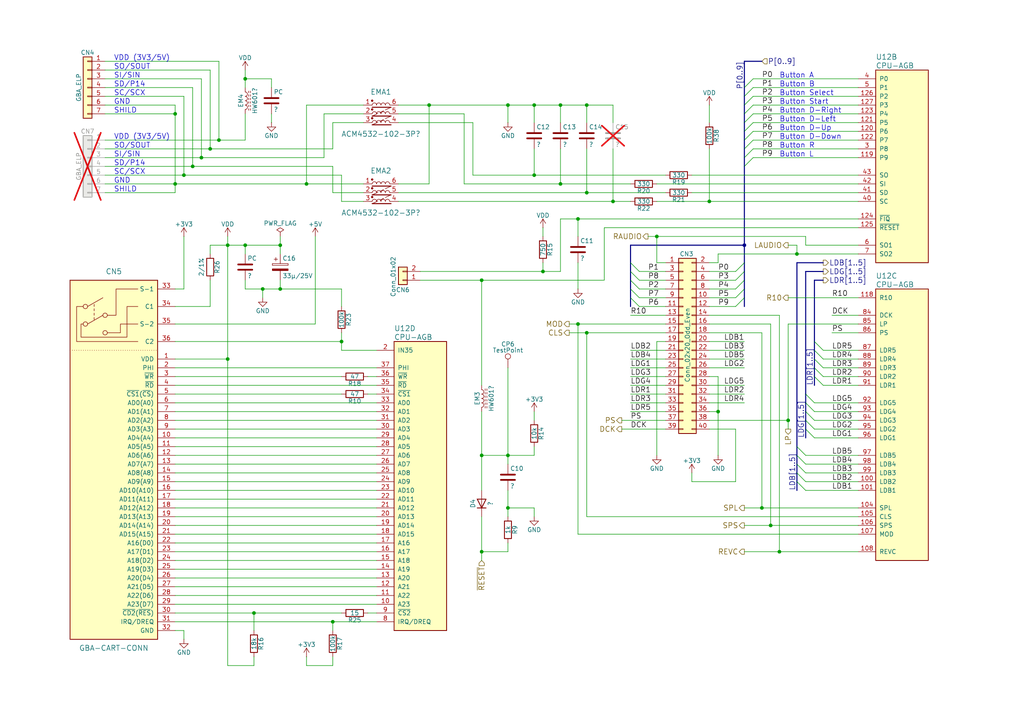
<source format=kicad_sch>
(kicad_sch (version 20231120) (generator "eeschema") (generator_version "8.0")
  (paper "A4")
  (title_block (title "Wide-Boy64 AGB") (date "2024-06-20") (rev "2") (company "CC-BY-SA-4.0 Michael Singer") (comment 1 "https://github.com/msinger/wideboy/") (comment 2 "http://iceboy.a-singer.de/"))
  (junction (at 73.66 177.8))
  (junction (at 162.56 30.48))
  (junction (at 215.9 71.12))
  (junction (at 147.32 30.48))
  (junction (at 81.28 71.12))
  (junction (at 167.64 93.98))
  (junction (at 154.94 50.8))
  (junction (at 157.48 78.74))
  (junction (at 50.8 53.34))
  (junction (at 60.96 43.18))
  (junction (at 162.56 53.34))
  (junction (at 177.8 58.42))
  (junction (at 63.5 40.64))
  (junction (at 190.5 68.58))
  (junction (at 76.2 83.82))
  (junction (at 226.06 160.02))
  (junction (at 223.52 152.4))
  (junction (at 167.64 63.5))
  (junction (at 228.6 121.92))
  (junction (at 139.7 81.28))
  (junction (at 58.42 45.72))
  (junction (at 147.32 147.32))
  (junction (at 139.7 160.02))
  (junction (at 170.18 96.52))
  (junction (at 208.28 119.38))
  (junction (at 220.98 147.32))
  (junction (at 99.06 99.06))
  (junction (at 53.34 50.8))
  (junction (at 81.28 83.82))
  (junction (at 66.04 104.14))
  (junction (at 154.94 30.48))
  (junction (at 124.46 30.48))
  (junction (at 96.52 180.34))
  (junction (at 88.9 53.34))
  (junction (at 71.12 22.86))
  (junction (at 205.74 58.42))
  (junction (at 170.18 55.88))
  (junction (at 231.14 73.66))
  (junction (at 55.88 48.26))
  (junction (at 50.8 33.02))
  (junction (at 71.12 71.12))
  (junction (at 147.32 132.08))
  (junction (at 66.04 71.12))
  (junction (at 139.7 132.08))
  (junction (at 170.18 30.48))
  (bus_entry (at 215.9 48.26) (size 2.54 -2.54))
  (bus_entry (at 213.36 81.28) (size 2.54 -2.54))
  (bus_entry (at 182.88 83.82) (size 2.54 2.54))
  (bus_entry (at 233.68 116.84) (size 2.54 2.54))
  (bus_entry (at 236.22 101.6) (size 2.54 2.54))
  (bus_entry (at 215.9 33.02) (size 2.54 -2.54))
  (bus_entry (at 182.88 81.28) (size 2.54 2.54))
  (bus_entry (at 231.14 132.08) (size 2.54 2.54))
  (bus_entry (at 215.9 25.4) (size 2.54 -2.54))
  (bus_entry (at 215.9 43.18) (size 2.54 -2.54))
  (bus_entry (at 213.36 88.9) (size 2.54 -2.54))
  (bus_entry (at 215.9 27.94) (size 2.54 -2.54))
  (bus_entry (at 231.14 129.54) (size 2.54 2.54))
  (bus_entry (at 233.68 119.38) (size 2.54 2.54))
  (bus_entry (at 233.68 121.92) (size 2.54 2.54))
  (bus_entry (at 215.9 30.48) (size 2.54 -2.54))
  (bus_entry (at 233.68 114.3) (size 2.54 2.54))
  (bus_entry (at 236.22 99.06) (size 2.54 2.54))
  (bus_entry (at 231.14 139.7) (size 2.54 2.54))
  (bus_entry (at 215.9 40.64) (size 2.54 -2.54))
  (bus_entry (at 215.9 45.72) (size 2.54 -2.54))
  (bus_entry (at 233.68 124.46) (size 2.54 2.54))
  (bus_entry (at 231.14 137.16) (size 2.54 2.54))
  (bus_entry (at 182.88 86.36) (size 2.54 2.54))
  (bus_entry (at 213.36 78.74) (size 2.54 -2.54))
  (bus_entry (at 182.88 76.2) (size 2.54 2.54))
  (bus_entry (at 236.22 104.14) (size 2.54 2.54))
  (bus_entry (at 213.36 83.82) (size 2.54 -2.54))
  (bus_entry (at 213.36 86.36) (size 2.54 -2.54))
  (bus_entry (at 236.22 106.68) (size 2.54 2.54))
  (bus_entry (at 215.9 35.56) (size 2.54 -2.54))
  (bus_entry (at 215.9 38.1) (size 2.54 -2.54))
  (bus_entry (at 182.88 78.74) (size 2.54 2.54))
  (bus_entry (at 231.14 134.62) (size 2.54 2.54))
  (bus_entry (at 236.22 109.22) (size 2.54 2.54))
  (wire (pts (xy 109.22 175.26) (xy 50.8 175.26)))
  (wire (pts (xy 233.68 71.12) (xy 233.68 68.58)))
  (wire (pts (xy 66.04 68.58) (xy 66.04 71.12)))
  (wire (pts (xy 139.7 160.02) (xy 139.7 162.56)))
  (wire (pts (xy 236.22 119.38) (xy 248.92 119.38)))
  (wire (pts (xy 109.22 154.94) (xy 50.8 154.94)))
  (wire (pts (xy 162.56 30.48) (xy 162.56 35.56)))
  (wire (pts (xy 134.62 53.34) (xy 162.56 53.34)))
  (wire (pts (xy 50.8 157.48) (xy 109.22 157.48)))
  (wire (pts (xy 215.9 147.32) (xy 220.98 147.32)))
  (wire (pts (xy 147.32 147.32) (xy 154.94 147.32)))
  (wire (pts (xy 88.9 30.48) (xy 105.41 30.48)))
  (wire (pts (xy 205.74 96.52) (xy 220.98 96.52)))
  (wire (pts (xy 233.68 137.16) (xy 248.92 137.16)))
  (wire (pts (xy 50.8 137.16) (xy 109.22 137.16)))
  (wire (pts (xy 50.8 106.68) (xy 109.22 106.68)))
  (wire (pts (xy 218.44 30.48) (xy 248.92 30.48)))
  (wire (pts (xy 71.12 83.82) (xy 76.2 83.82)))
  (bus (pts (xy 236.22 106.68) (xy 236.22 109.22)))
  (wire (pts (xy 139.7 132.08) (xy 139.7 142.24)))
  (wire (pts (xy 81.28 83.82) (xy 99.06 83.82)))
  (wire (pts (xy 228.6 93.98) (xy 248.92 93.98)))
  (wire (pts (xy 223.52 93.98) (xy 223.52 152.4)))
  (wire (pts (xy 53.34 182.88) (xy 53.34 185.42)))
  (wire (pts (xy 30.48 33.02) (xy 50.8 33.02)))
  (bus (pts (xy 220.98 17.78) (xy 215.9 17.78)))
  (wire (pts (xy 139.7 81.28) (xy 139.7 111.76)))
  (wire (pts (xy 175.26 81.28) (xy 139.7 81.28)))
  (wire (pts (xy 170.18 35.56) (xy 170.18 30.48)))
  (wire (pts (xy 248.92 53.34) (xy 190.5 53.34)))
  (bus (pts (xy 215.9 25.4) (xy 215.9 27.94)))
  (wire (pts (xy 154.94 50.8) (xy 154.94 43.18)))
  (wire (pts (xy 109.22 139.7) (xy 50.8 139.7)))
  (wire (pts (xy 236.22 121.92) (xy 248.92 121.92)))
  (wire (pts (xy 66.04 104.14) (xy 66.04 193.04)))
  (wire (pts (xy 71.12 22.86) (xy 71.12 25.4)))
  (wire (pts (xy 50.8 55.88) (xy 30.48 55.88)))
  (bus (pts (xy 236.22 81.28) (xy 236.22 99.06)))
  (wire (pts (xy 50.8 53.34) (xy 50.8 55.88)))
  (wire (pts (xy 238.76 109.22) (xy 248.92 109.22)))
  (wire (pts (xy 157.48 78.74) (xy 121.92 78.74)))
  (wire (pts (xy 30.48 50.8) (xy 53.34 50.8)))
  (wire (pts (xy 170.18 30.48) (xy 162.56 30.48)))
  (wire (pts (xy 53.34 50.8) (xy 99.06 50.8)))
  (wire (pts (xy 99.06 101.6) (xy 109.22 101.6)))
  (wire (pts (xy 193.04 81.28) (xy 185.42 81.28)))
  (bus (pts (xy 231.14 139.7) (xy 231.14 142.24)))
  (wire (pts (xy 96.52 43.18) (xy 96.52 35.56)))
  (wire (pts (xy 200.66 55.88) (xy 248.92 55.88)))
  (wire (pts (xy 170.18 96.52) (xy 193.04 96.52)))
  (bus (pts (xy 231.14 134.62) (xy 231.14 137.16)))
  (wire (pts (xy 228.6 93.98) (xy 228.6 121.92)))
  (wire (pts (xy 182.88 114.3) (xy 193.04 114.3)))
  (wire (pts (xy 134.62 33.02) (xy 134.62 53.34)))
  (wire (pts (xy 228.6 121.92) (xy 228.6 124.46)))
  (wire (pts (xy 50.8 167.64) (xy 109.22 167.64)))
  (wire (pts (xy 182.88 106.68) (xy 193.04 106.68)))
  (wire (pts (xy 30.48 45.72) (xy 58.42 45.72)))
  (wire (pts (xy 190.5 132.08) (xy 190.5 99.06)))
  (wire (pts (xy 218.44 27.94) (xy 248.92 27.94)))
  (wire (pts (xy 147.32 132.08) (xy 139.7 132.08)))
  (wire (pts (xy 170.18 149.86) (xy 170.18 96.52)))
  (wire (pts (xy 190.5 68.58) (xy 190.5 76.2)))
  (wire (pts (xy 215.9 160.02) (xy 226.06 160.02)))
  (wire (pts (xy 50.8 33.02) (xy 50.8 53.34)))
  (wire (pts (xy 115.57 58.42) (xy 177.8 58.42)))
  (wire (pts (xy 73.66 177.8) (xy 73.66 182.88)))
  (wire (pts (xy 63.5 40.64) (xy 71.12 40.64)))
  (wire (pts (xy 109.22 129.54) (xy 50.8 129.54)))
  (wire (pts (xy 93.98 45.72) (xy 93.98 33.02)))
  (wire (pts (xy 185.42 78.74) (xy 193.04 78.74)))
  (wire (pts (xy 154.94 30.48) (xy 147.32 30.48)))
  (wire (pts (xy 147.32 106.68) (xy 147.32 132.08)))
  (wire (pts (xy 185.42 88.9) (xy 193.04 88.9)))
  (wire (pts (xy 78.74 33.02) (xy 78.74 35.56)))
  (wire (pts (xy 99.06 83.82) (xy 99.06 88.9)))
  (wire (pts (xy 177.8 30.48) (xy 170.18 30.48)))
  (bus (pts (xy 215.9 45.72) (xy 215.9 48.26)))
  (wire (pts (xy 115.57 30.48) (xy 124.46 30.48)))
  (wire (pts (xy 50.8 93.98) (xy 91.44 93.98)))
  (wire (pts (xy 147.32 160.02) (xy 147.32 157.48)))
  (wire (pts (xy 170.18 55.88) (xy 193.04 55.88)))
  (wire (pts (xy 109.22 149.86) (xy 50.8 149.86)))
  (wire (pts (xy 109.22 177.8) (xy 106.68 177.8)))
  (wire (pts (xy 115.57 35.56) (xy 137.16 35.56)))
  (wire (pts (xy 66.04 71.12) (xy 66.04 104.14)))
  (wire (pts (xy 139.7 149.86) (xy 139.7 160.02)))
  (bus (pts (xy 215.9 40.64) (xy 215.9 43.18)))
  (bus (pts (xy 236.22 109.22) (xy 236.22 111.76)))
  (wire (pts (xy 154.94 50.8) (xy 193.04 50.8)))
  (wire (pts (xy 109.22 160.02) (xy 50.8 160.02)))
  (wire (pts (xy 208.28 76.2) (xy 205.74 76.2)))
  (wire (pts (xy 162.56 78.74) (xy 162.56 63.5)))
  (wire (pts (xy 180.34 124.46) (xy 193.04 124.46)))
  (wire (pts (xy 154.94 132.08) (xy 147.32 132.08)))
  (wire (pts (xy 208.28 132.08) (xy 208.28 119.38)))
  (wire (pts (xy 215.9 101.6) (xy 205.74 101.6)))
  (wire (pts (xy 236.22 116.84) (xy 248.92 116.84)))
  (wire (pts (xy 205.74 58.42) (xy 205.74 43.18)))
  (wire (pts (xy 124.46 30.48) (xy 124.46 53.34)))
  (bus (pts (xy 231.14 132.08) (xy 231.14 134.62)))
  (wire (pts (xy 223.52 152.4) (xy 248.92 152.4)))
  (bus (pts (xy 236.22 104.14) (xy 236.22 106.68)))
  (wire (pts (xy 167.64 93.98) (xy 167.64 154.94)))
  (bus (pts (xy 238.76 81.28) (xy 236.22 81.28)))
  (wire (pts (xy 30.48 25.4) (xy 55.88 25.4)))
  (bus (pts (xy 233.68 124.46) (xy 233.68 127)))
  (wire (pts (xy 109.22 124.46) (xy 50.8 124.46)))
  (wire (pts (xy 50.8 180.34) (xy 96.52 180.34)))
  (wire (pts (xy 147.32 132.08) (xy 147.32 134.62)))
  (wire (pts (xy 91.44 93.98) (xy 91.44 68.58)))
  (wire (pts (xy 30.48 20.32) (xy 60.96 20.32)))
  (wire (pts (xy 218.44 22.86) (xy 248.92 22.86)))
  (bus (pts (xy 215.9 43.18) (xy 215.9 45.72)))
  (wire (pts (xy 50.8 30.48) (xy 50.8 33.02)))
  (wire (pts (xy 66.04 193.04) (xy 73.66 193.04)))
  (wire (pts (xy 205.74 88.9) (xy 213.36 88.9)))
  (wire (pts (xy 96.52 193.04) (xy 88.9 193.04)))
  (bus (pts (xy 182.88 86.36) (xy 182.88 88.9)))
  (wire (pts (xy 50.8 147.32) (xy 109.22 147.32)))
  (wire (pts (xy 190.5 99.06) (xy 193.04 99.06)))
  (wire (pts (xy 71.12 20.32) (xy 71.12 22.86)))
  (wire (pts (xy 215.9 106.68) (xy 205.74 106.68)))
  (wire (pts (xy 154.94 121.92) (xy 154.94 119.38)))
  (wire (pts (xy 228.6 71.12) (xy 231.14 71.12)))
  (wire (pts (xy 109.22 170.18) (xy 50.8 170.18)))
  (bus (pts (xy 182.88 71.12) (xy 182.88 76.2)))
  (wire (pts (xy 205.74 78.74) (xy 213.36 78.74)))
  (wire (pts (xy 162.56 30.48) (xy 154.94 30.48)))
  (wire (pts (xy 215.9 114.3) (xy 205.74 114.3)))
  (wire (pts (xy 60.96 43.18) (xy 96.52 43.18)))
  (wire (pts (xy 81.28 68.58) (xy 81.28 71.12)))
  (wire (pts (xy 99.06 58.42) (xy 105.41 58.42)))
  (bus (pts (xy 236.22 101.6) (xy 236.22 104.14)))
  (wire (pts (xy 139.7 160.02) (xy 147.32 160.02)))
  (wire (pts (xy 147.32 142.24) (xy 147.32 147.32)))
  (wire (pts (xy 93.98 33.02) (xy 105.41 33.02)))
  (wire (pts (xy 60.96 71.12) (xy 66.04 71.12)))
  (bus (pts (xy 182.88 83.82) (xy 182.88 86.36)))
  (bus (pts (xy 215.9 38.1) (xy 215.9 40.64)))
  (wire (pts (xy 71.12 81.28) (xy 71.12 83.82)))
  (wire (pts (xy 248.92 66.04) (xy 175.26 66.04)))
  (wire (pts (xy 73.66 193.04) (xy 73.66 190.5)))
  (wire (pts (xy 115.57 33.02) (xy 134.62 33.02)))
  (wire (pts (xy 76.2 83.82) (xy 76.2 86.36)))
  (wire (pts (xy 241.3 96.52) (xy 248.92 96.52)))
  (wire (pts (xy 205.74 91.44) (xy 226.06 91.44)))
  (wire (pts (xy 208.28 109.22) (xy 205.74 109.22)))
  (wire (pts (xy 238.76 106.68) (xy 248.92 106.68)))
  (wire (pts (xy 147.32 30.48) (xy 124.46 30.48)))
  (wire (pts (xy 248.92 71.12) (xy 233.68 71.12)))
  (wire (pts (xy 60.96 20.32) (xy 60.96 43.18)))
  (wire (pts (xy 96.52 190.5) (xy 96.52 193.04)))
  (wire (pts (xy 30.48 22.86) (xy 58.42 22.86)))
  (bus (pts (xy 215.9 35.56) (xy 215.9 38.1)))
  (wire (pts (xy 53.34 68.58) (xy 53.34 83.82)))
  (wire (pts (xy 71.12 73.66) (xy 71.12 71.12)))
  (wire (pts (xy 218.44 35.56) (xy 248.92 35.56)))
  (wire (pts (xy 50.8 142.24) (xy 109.22 142.24)))
  (wire (pts (xy 215.9 116.84) (xy 205.74 116.84)))
  (wire (pts (xy 50.8 172.72) (xy 109.22 172.72)))
  (wire (pts (xy 248.92 58.42) (xy 205.74 58.42)))
  (wire (pts (xy 236.22 124.46) (xy 248.92 124.46)))
  (wire (pts (xy 147.32 147.32) (xy 147.32 149.86)))
  (wire (pts (xy 213.36 86.36) (xy 205.74 86.36)))
  (wire (pts (xy 109.22 114.3) (xy 106.68 114.3)))
  (wire (pts (xy 241.3 91.44) (xy 248.92 91.44)))
  (wire (pts (xy 213.36 139.7) (xy 213.36 124.46)))
  (wire (pts (xy 190.5 68.58) (xy 233.68 68.58)))
  (wire (pts (xy 228.6 86.36) (xy 248.92 86.36)))
  (bus (pts (xy 233.68 116.84) (xy 233.68 119.38)))
  (wire (pts (xy 55.88 25.4) (xy 55.88 48.26)))
  (wire (pts (xy 109.22 111.76) (xy 50.8 111.76)))
  (bus (pts (xy 182.88 81.28) (xy 182.88 83.82)))
  (bus (pts (xy 231.14 137.16) (xy 231.14 139.7)))
  (wire (pts (xy 154.94 147.32) (xy 154.94 149.86)))
  (wire (pts (xy 109.22 109.22) (xy 106.68 109.22)))
  (bus (pts (xy 233.68 121.92) (xy 233.68 124.46)))
  (wire (pts (xy 167.64 93.98) (xy 193.04 93.98)))
  (wire (pts (xy 218.44 43.18) (xy 248.92 43.18)))
  (wire (pts (xy 81.28 71.12) (xy 81.28 73.66)))
  (wire (pts (xy 226.06 91.44) (xy 226.06 160.02)))
  (wire (pts (xy 50.8 53.34) (xy 88.9 53.34)))
  (wire (pts (xy 200.66 139.7) (xy 200.66 137.16)))
  (wire (pts (xy 115.57 55.88) (xy 170.18 55.88)))
  (wire (pts (xy 63.5 17.78) (xy 63.5 40.64)))
  (wire (pts (xy 233.68 132.08) (xy 248.92 132.08)))
  (wire (pts (xy 205.74 83.82) (xy 213.36 83.82)))
  (wire (pts (xy 162.56 53.34) (xy 162.56 43.18)))
  (wire (pts (xy 96.52 180.34) (xy 109.22 180.34)))
  (wire (pts (xy 177.8 58.42) (xy 182.88 58.42)))
  (wire (pts (xy 165.1 96.52) (xy 170.18 96.52)))
  (wire (pts (xy 205.74 58.42) (xy 190.5 58.42)))
  (bus (pts (xy 215.9 17.78) (xy 215.9 25.4)))
  (wire (pts (xy 182.88 111.76) (xy 193.04 111.76)))
  (wire (pts (xy 81.28 83.82) (xy 81.28 81.28)))
  (bus (pts (xy 182.88 76.2) (xy 182.88 78.74)))
  (bus (pts (xy 215.9 78.74) (xy 215.9 81.28)))
  (wire (pts (xy 99.06 96.52) (xy 99.06 99.06)))
  (wire (pts (xy 167.64 76.2) (xy 167.64 83.82)))
  (wire (pts (xy 248.92 149.86) (xy 170.18 149.86)))
  (bus (pts (xy 215.9 27.94) (xy 215.9 30.48)))
  (wire (pts (xy 55.88 48.26) (xy 96.52 48.26)))
  (bus (pts (xy 215.9 30.48) (xy 215.9 33.02)))
  (wire (pts (xy 71.12 22.86) (xy 78.74 22.86)))
  (wire (pts (xy 218.44 38.1) (xy 248.92 38.1)))
  (wire (pts (xy 88.9 53.34) (xy 105.41 53.34)))
  (wire (pts (xy 30.48 17.78) (xy 63.5 17.78)))
  (bus (pts (xy 182.88 71.12) (xy 215.9 71.12)))
  (bus (pts (xy 236.22 99.06) (xy 236.22 101.6)))
  (wire (pts (xy 182.88 109.22) (xy 193.04 109.22)))
  (wire (pts (xy 50.8 132.08) (xy 109.22 132.08)))
  (wire (pts (xy 58.42 45.72) (xy 93.98 45.72)))
  (wire (pts (xy 109.22 134.62) (xy 50.8 134.62)))
  (wire (pts (xy 238.76 101.6) (xy 248.92 101.6)))
  (wire (pts (xy 30.48 53.34) (xy 50.8 53.34)))
  (bus (pts (xy 233.68 78.74) (xy 238.76 78.74)))
  (wire (pts (xy 157.48 66.04) (xy 157.48 68.58)))
  (wire (pts (xy 213.36 124.46) (xy 205.74 124.46)))
  (wire (pts (xy 157.48 76.2) (xy 157.48 78.74)))
  (wire (pts (xy 187.96 68.58) (xy 190.5 68.58)))
  (bus (pts (xy 233.68 78.74) (xy 233.68 114.3)))
  (wire (pts (xy 231.14 73.66) (xy 248.92 73.66)))
  (wire (pts (xy 154.94 129.54) (xy 154.94 132.08)))
  (wire (pts (xy 185.42 83.82) (xy 193.04 83.82)))
  (wire (pts (xy 96.52 55.88) (xy 105.41 55.88)))
  (wire (pts (xy 137.16 35.56) (xy 137.16 50.8)))
  (wire (pts (xy 88.9 30.48) (xy 88.9 53.34)))
  (wire (pts (xy 154.94 35.56) (xy 154.94 30.48)))
  (bus (pts (xy 231.14 76.2) (xy 231.14 129.54)))
  (wire (pts (xy 208.28 73.66) (xy 208.28 76.2)))
  (wire (pts (xy 182.88 116.84) (xy 193.04 116.84)))
  (bus (pts (xy 215.9 33.02) (xy 215.9 35.56)))
  (wire (pts (xy 71.12 71.12) (xy 81.28 71.12)))
  (wire (pts (xy 233.68 142.24) (xy 248.92 142.24)))
  (wire (pts (xy 175.26 66.04) (xy 175.26 81.28)))
  (wire (pts (xy 109.22 119.38) (xy 50.8 119.38)))
  (wire (pts (xy 99.06 114.3) (xy 50.8 114.3)))
  (wire (pts (xy 147.32 30.48) (xy 147.32 35.56)))
  (wire (pts (xy 226.06 160.02) (xy 248.92 160.02)))
  (wire (pts (xy 213.36 139.7) (xy 200.66 139.7)))
  (wire (pts (xy 115.57 53.34) (xy 124.46 53.34)))
  (wire (pts (xy 30.48 48.26) (xy 55.88 48.26)))
  (bus (pts (xy 215.9 76.2) (xy 215.9 78.74)))
  (wire (pts (xy 50.8 116.84) (xy 109.22 116.84)))
  (bus (pts (xy 231.14 129.54) (xy 231.14 132.08)))
  (wire (pts (xy 231.14 71.12) (xy 231.14 73.66)))
  (wire (pts (xy 109.22 165.1) (xy 50.8 165.1)))
  (wire (pts (xy 213.36 81.28) (xy 205.74 81.28)))
  (wire (pts (xy 236.22 127) (xy 248.92 127)))
  (wire (pts (xy 96.52 48.26) (xy 96.52 55.88)))
  (wire (pts (xy 167.64 63.5) (xy 248.92 63.5)))
  (wire (pts (xy 53.34 83.82) (xy 50.8 83.82)))
  (wire (pts (xy 50.8 121.92) (xy 109.22 121.92)))
  (wire (pts (xy 76.2 83.82) (xy 81.28 83.82)))
  (wire (pts (xy 60.96 73.66) (xy 60.96 71.12)))
  (wire (pts (xy 99.06 177.8) (xy 73.66 177.8)))
  (wire (pts (xy 96.52 35.56) (xy 105.41 35.56)))
  (wire (pts (xy 193.04 86.36) (xy 185.42 86.36)))
  (wire (pts (xy 177.8 35.56) (xy 177.8 30.48)))
  (wire (pts (xy 60.96 88.9) (xy 60.96 81.28)))
  (wire (pts (xy 99.06 50.8) (xy 99.06 58.42)))
  (bus (pts (xy 215.9 86.36) (xy 215.9 88.9)))
  (wire (pts (xy 200.66 50.8) (xy 248.92 50.8)))
  (wire (pts (xy 170.18 55.88) (xy 170.18 43.18)))
  (wire (pts (xy 139.7 119.38) (xy 139.7 132.08)))
  (wire (pts (xy 215.9 104.14) (xy 205.74 104.14)))
  (wire (pts (xy 50.8 162.56) (xy 109.22 162.56)))
  (wire (pts (xy 205.74 119.38) (xy 208.28 119.38)))
  (wire (pts (xy 218.44 25.4) (xy 248.92 25.4)))
  (bus (pts (xy 233.68 114.3) (xy 233.68 116.84)))
  (wire (pts (xy 208.28 119.38) (xy 208.28 109.22)))
  (wire (pts (xy 165.1 93.98) (xy 167.64 93.98)))
  (wire (pts (xy 50.8 30.48) (xy 30.48 30.48)))
  (bus (pts (xy 215.9 81.28) (xy 215.9 83.82)))
  (wire (pts (xy 73.66 177.8) (xy 50.8 177.8)))
  (wire (pts (xy 177.8 58.42) (xy 177.8 43.18)))
  (wire (pts (xy 50.8 88.9) (xy 60.96 88.9)))
  (wire (pts (xy 96.52 180.34) (xy 96.52 182.88)))
  (wire (pts (xy 109.22 144.78) (xy 50.8 144.78)))
  (wire (pts (xy 50.8 152.4) (xy 109.22 152.4)))
  (wire (pts (xy 218.44 40.64) (xy 248.92 40.64)))
  (bus (pts (xy 215.9 83.82) (xy 215.9 86.36)))
  (wire (pts (xy 180.34 121.92) (xy 193.04 121.92)))
  (wire (pts (xy 167.64 154.94) (xy 248.92 154.94)))
  (wire (pts (xy 50.8 182.88) (xy 53.34 182.88)))
  (bus (pts (xy 233.68 119.38) (xy 233.68 121.92)))
  (wire (pts (xy 205.74 111.76) (xy 215.9 111.76)))
  (wire (pts (xy 99.06 99.06) (xy 99.06 101.6)))
  (wire (pts (xy 50.8 99.06) (xy 99.06 99.06)))
  (wire (pts (xy 220.98 96.52) (xy 220.98 147.32)))
  (wire (pts (xy 238.76 104.14) (xy 248.92 104.14)))
  (wire (pts (xy 208.28 73.66) (xy 231.14 73.66)))
  (wire (pts (xy 71.12 40.64) (xy 71.12 33.02)))
  (wire (pts (xy 205.74 93.98) (xy 223.52 93.98)))
  (wire (pts (xy 50.8 104.14) (xy 66.04 104.14)))
  (wire (pts (xy 182.88 101.6) (xy 193.04 101.6)))
  (wire (pts (xy 215.9 152.4) (xy 223.52 152.4)))
  (wire (pts (xy 167.64 63.5) (xy 167.64 68.58)))
  (wire (pts (xy 53.34 27.94) (xy 53.34 50.8)))
  (wire (pts (xy 162.56 78.74) (xy 157.48 78.74)))
  (wire (pts (xy 205.74 30.48) (xy 205.74 35.56)))
  (wire (pts (xy 30.48 40.64) (xy 63.5 40.64)))
  (wire (pts (xy 162.56 53.34) (xy 182.88 53.34)))
  (wire (pts (xy 50.8 109.22) (xy 99.06 109.22)))
  (wire (pts (xy 190.5 76.2) (xy 193.04 76.2)))
  (wire (pts (xy 182.88 91.44) (xy 193.04 91.44)))
  (wire (pts (xy 30.48 27.94) (xy 53.34 27.94)))
  (wire (pts (xy 58.42 22.86) (xy 58.42 45.72)))
  (wire (pts (xy 205.74 121.92) (xy 228.6 121.92)))
  (wire (pts (xy 218.44 45.72) (xy 248.92 45.72)))
  (wire (pts (xy 78.74 22.86) (xy 78.74 25.4)))
  (bus (pts (xy 182.88 78.74) (xy 182.88 81.28)))
  (bus (pts (xy 238.76 76.2) (xy 231.14 76.2)))
  (wire (pts (xy 238.76 111.76) (xy 248.92 111.76)))
  (wire (pts (xy 182.88 119.38) (xy 193.04 119.38)))
  (wire (pts (xy 215.9 99.06) (xy 205.74 99.06)))
  (wire (pts (xy 220.98 147.32) (xy 248.92 147.32)))
  (wire (pts (xy 233.68 134.62) (xy 248.92 134.62)))
  (wire (pts (xy 66.04 71.12) (xy 71.12 71.12)))
  (bus (pts (xy 215.9 71.12) (xy 215.9 76.2)))
  (wire (pts (xy 162.56 63.5) (xy 167.64 63.5)))
  (wire (pts (xy 233.68 139.7) (xy 248.92 139.7)))
  (bus (pts (xy 215.9 48.26) (xy 215.9 71.12)))
  (wire (pts (xy 30.48 43.18) (xy 60.96 43.18)))
  (wire (pts (xy 139.7 81.28) (xy 121.92 81.28)))
  (wire (pts (xy 182.88 104.14) (xy 193.04 104.14)))
  (wire (pts (xy 50.8 127) (xy 109.22 127)))
  (wire (pts (xy 218.44 33.02) (xy 248.92 33.02)))
  (wire (pts (xy 88.9 193.04) (xy 88.9 190.5)))
  (wire (pts (xy 137.16 50.8) (xy 154.94 50.8)))
  (text "Button D-Up" (at 226.06 38.1 0) (effects (font (size 1.524 1.524)) (justify left bottom)))
  (text "SD/P14" (at 33.02 25.4 0) (effects (font (size 1.524 1.524)) (justify left bottom)))
  (text "Button L" (at 226.06 45.72 0) (effects (font (size 1.524 1.524)) (justify left bottom)))
  (text "Button B" (at 226.06 25.4 0) (effects (font (size 1.524 1.524)) (justify left bottom)))
  (text "GND" (at 33.02 30.48 0) (effects (font (size 1.524 1.524)) (justify left bottom)))
  (text "Button D-Right" (at 226.06 33.02 0) (effects (font (size 1.524 1.524)) (justify left bottom)))
  (text "GND" (at 33.02 53.34 0) (effects (font (size 1.524 1.524)) (justify left bottom)))
  (text "SO/SOUT" (at 33.02 20.32 0) (effects (font (size 1.524 1.524)) (justify left bottom)))
  (text "SI/SIN" (at 33.02 45.72 0) (effects (font (size 1.524 1.524)) (justify left bottom)))
  (text "SHILD" (at 33.02 33.02 0) (effects (font (size 1.524 1.524)) (justify left bottom)))
  (text "SI/SIN" (at 33.02 22.86 0) (effects (font (size 1.524 1.524)) (justify left bottom)))
  (text "SD/P14" (at 33.02 48.26 0) (effects (font (size 1.524 1.524)) (justify left bottom)))
  (text "Button A" (at 226.06 22.86 0) (effects (font (size 1.524 1.524)) (justify left bottom)))
  (text "SC/SCX" (at 33.02 50.8 0) (effects (font (size 1.524 1.524)) (justify left bottom)))
  (text "SC/SCX" (at 33.02 27.94 0) (effects (font (size 1.524 1.524)) (justify left bottom)))
  (text "Button D-Down" (at 226.06 40.64 0) (effects (font (size 1.524 1.524)) (justify left bottom)))
  (text "Button Start" (at 226.06 30.48 0) (effects (font (size 1.524 1.524)) (justify left bottom)))
  (text "Button R" (at 226.06 43.18 0) (effects (font (size 1.524 1.524)) (justify left bottom)))
  (text "SHILD" (at 33.02 55.88 0) (effects (font (size 1.524 1.524)) (justify left bottom)))
  (text "VDD (3V3/5V)" (at 33.02 17.78 0) (effects (font (size 1.524 1.524)) (justify left bottom)))
  (text "Button Select" (at 226.06 27.94 0) (effects (font (size 1.524 1.524)) (justify left bottom)))
  (text "SO/SOUT" (at 33.02 43.18 0) (effects (font (size 1.524 1.524)) (justify left bottom)))
  (text "VDD (3V3/5V)" (at 33.02 40.64 0) (effects (font (size 1.524 1.524)) (justify left bottom)))
  (text "Button D-Left" (at 226.06 35.56 0) (effects (font (size 1.524 1.524)) (justify left bottom)))
  (label "LDB3" (at 241.3 137.16 0) (effects (font (size 1.524 1.524))))
  (label "P7" (at 187.96 86.36 0) (effects (font (size 1.524 1.524))))
  (label "PS" (at 241.3 96.52 0) (effects (font (size 1.524 1.524))))
  (label "LDG5" (at 241.3 116.84 0) (effects (font (size 1.524 1.524))))
  (label "P3" (at 208.28 81.28 0) (effects (font (size 1.524 1.524))))
  (label "R10" (at 182.88 91.44 0) (effects (font (size 1.524 1.524))))
  (label "LDG2" (at 215.9 106.68 180) (effects (font (size 1.524 1.524))))
  (label "LDR1" (at 241.3 111.76 0) (effects (font (size 1.524 1.524))))
  (label "LDG[1..5]" (at 233.68 127 90) (effects (font (size 1.524 1.524))))
  (label "LDB4" (at 182.88 104.14 0) (effects (font (size 1.524 1.524))))
  (label "P4" (at 220.98 33.02 0) (effects (font (size 1.524 1.524))))
  (label "P2" (at 187.96 83.82 0) (effects (font (size 1.524 1.524))))
  (label "P6" (at 220.98 38.1 0) (effects (font (size 1.524 1.524))))
  (label "LDG3" (at 182.88 109.22 0) (effects (font (size 1.524 1.524))))
  (label "LDB2" (at 182.88 101.6 0) (effects (font (size 1.524 1.524))))
  (label "P0" (at 220.98 22.86 0) (effects (font (size 1.524 1.524))))
  (label "P1" (at 220.98 25.4 0) (effects (font (size 1.524 1.524))))
  (label "P3" (at 220.98 30.48 0) (effects (font (size 1.524 1.524))))
  (label "LDR4" (at 215.9 116.84 180) (effects (font (size 1.524 1.524))))
  (label "P6" (at 187.96 88.9 0) (effects (font (size 1.524 1.524))))
  (label "LDR3" (at 182.88 116.84 0) (effects (font (size 1.524 1.524))))
  (label "LDR4" (at 241.3 104.14 0) (effects (font (size 1.524 1.524))))
  (label "LDG3" (at 241.3 121.92 0) (effects (font (size 1.524 1.524))))
  (label "LDR5" (at 241.3 101.6 0) (effects (font (size 1.524 1.524))))
  (label "LDG1" (at 182.88 106.68 0) (effects (font (size 1.524 1.524))))
  (label "P4" (at 208.28 83.82 0) (effects (font (size 1.524 1.524))))
  (label "P5" (at 208.28 86.36 0) (effects (font (size 1.524 1.524))))
  (label "LDR5" (at 182.88 119.38 0) (effects (font (size 1.524 1.524))))
  (label "LDR[1..5]" (at 236.22 111.76 90) (effects (font (size 1.524 1.524))))
  (label "LDB4" (at 241.3 134.62 0) (effects (font (size 1.524 1.524))))
  (label "LDG4" (at 241.3 119.38 0) (effects (font (size 1.524 1.524))))
  (label "LDG5" (at 215.9 111.76 180) (effects (font (size 1.524 1.524))))
  (label "P5" (at 220.98 35.56 0) (effects (font (size 1.524 1.524))))
  (label "LDB1" (at 215.9 99.06 180) (effects (font (size 1.524 1.524))))
  (label "P7" (at 220.98 40.64 0) (effects (font (size 1.524 1.524))))
  (label "LDB1" (at 241.3 142.24 0) (effects (font (size 1.524 1.524))))
  (label "P0" (at 208.28 78.74 0) (effects (font (size 1.524 1.524))))
  (label "PS" (at 182.88 121.92 0) (effects (font (size 1.524 1.524))))
  (label "R10" (at 241.3 86.36 0) (effects (font (size 1.524 1.524))))
  (label "LDR1" (at 182.88 114.3 0) (effects (font (size 1.524 1.524))))
  (label "LDG2" (at 241.3 124.46 0) (effects (font (size 1.524 1.524))))
  (label "P[0..9]" (at 215.9 17.78 270) (effects (font (size 1.524 1.524))))
  (label "P2" (at 220.98 27.94 0) (effects (font (size 1.524 1.524))))
  (label "LDG1" (at 241.3 127 0) (effects (font (size 1.524 1.524))))
  (label "LDB3" (at 215.9 101.6 180) (effects (font (size 1.524 1.524))))
  (label "P1" (at 187.96 78.74 0) (effects (font (size 1.524 1.524))))
  (label "LDR2" (at 241.3 109.22 0) (effects (font (size 1.524 1.524))))
  (label "P9" (at 220.98 45.72 0) (effects (font (size 1.524 1.524))))
  (label "P9" (at 208.28 88.9 0) (effects (font (size 1.524 1.524))))
  (label "LDR3" (at 241.3 106.68 0) (effects (font (size 1.524 1.524))))
  (label "DCK" (at 182.88 124.46 0) (effects (font (size 1.524 1.524))))
  (label "P8" (at 187.96 81.28 0) (effects (font (size 1.524 1.524))))
  (label "LDR2" (at 215.9 114.3 180) (effects (font (size 1.524 1.524))))
  (label "LDG4" (at 182.88 111.76 0) (effects (font (size 1.524 1.524))))
  (label "DCK" (at 241.3 91.44 0) (effects (font (size 1.524 1.524))))
  (label "LDB5" (at 215.9 104.14 180) (effects (font (size 1.524 1.524))))
  (label "P8" (at 220.98 43.18 0) (effects (font (size 1.524 1.524))))
  (label "LDB2" (at 241.3 139.7 0) (effects (font (size 1.524 1.524))))
  (label "LDB[1..5]" (at 231.14 142.24 90) (effects (font (size 1.524 1.524))))
  (label "LDB5" (at 241.3 132.08 0) (effects (font (size 1.524 1.524))))
  (hierarchical_label "~{RESET}" (shape input) (at 139.7 162.56 270) (effects (font (size 1.524 1.524))))
  (hierarchical_label "CLS" (shape output) (at 165.1 96.52 180) (effects (font (size 1.524 1.524))))
  (hierarchical_label "DCK" (shape output) (at 180.34 124.46 180) (effects (font (size 1.524 1.524))))
  (hierarchical_label "LDR[1..5]" (shape output) (at 238.76 81.28 0) (effects (font (size 1.524 1.524))))
  (hierarchical_label "RAUDIO" (shape output) (at 187.96 68.58 180) (effects (font (size 1.524 1.524))))
  (hierarchical_label "SPS" (shape output) (at 215.9 152.4 180) (effects (font (size 1.524 1.524))))
  (hierarchical_label "LAUDIO" (shape output) (at 228.6 71.12 180) (effects (font (size 1.524 1.524))))
  (hierarchical_label "R10" (shape output) (at 228.6 86.36 180) (effects (font (size 1.524 1.524))))
  (hierarchical_label "LDG[1..5]" (shape output) (at 238.76 78.74 0) (effects (font (size 1.524 1.524))))
  (hierarchical_label "LP" (shape output) (at 228.6 124.46 270) (effects (font (size 1.524 1.524))))
  (hierarchical_label "LDB[1..5]" (shape output) (at 238.76 76.2 0) (effects (font (size 1.524 1.524))))
  (hierarchical_label "PS" (shape output) (at 180.34 121.92 180) (effects (font (size 1.524 1.524))))
  (hierarchical_label "SPL" (shape output) (at 215.9 147.32 180) (effects (font (size 1.524 1.524))))
  (hierarchical_label "MOD" (shape output) (at 165.1 93.98 180) (effects (font (size 1.524 1.524))))
  (hierarchical_label "P[0..9]" (shape input) (at 220.98 17.78 0) (effects (font (size 1.524 1.524))))
  (hierarchical_label "REVC" (shape output) (at 215.9 160.02 180) (effects (font (size 1.524 1.524))))
  (symbol (lib_id "CPU_GameBoy:CPU-AGB-Split") (at 248.92 22.86 0) (unit 2)
    (property "Reference" "U12" (at 254 16.51 0) (effects (font (size 1.524 1.524)) (justify left)))
    (property "Value" "CPU-AGB" (at 254 19.05 0) (effects (font (size 1.524 1.524)) (justify left)))
    (property "Description" "Nintendo Game Boy Advance CPU/SoC" (effects (hide yes)))
  )
  (symbol (lib_id "CPU_GameBoy:CPU-AGB-Split") (at 248.92 86.36 0) (unit 3)
    (property "Reference" "U12" (at 254 80.01 0) (effects (font (size 1.524 1.524)) (justify left)))
    (property "Value" "CPU-AGB" (at 254 82.55 0) (effects (font (size 1.524 1.524)) (justify left)))
    (property "Description" "Nintendo Game Boy Advance CPU/SoC" (effects (hide yes)))
  )
  (symbol (lib_id "CPU_GameBoy:CPU-AGB-Split") (at 109.22 101.6 0) (unit 4)
    (property "Reference" "U12" (at 114.3 95.25 0) (effects (font (size 1.524 1.524)) (justify left)))
    (property "Value" "CPU-AGB" (at 114.3 97.79 0) (effects (font (size 1.524 1.524)) (justify left)))
    (property "Description" "Nintendo Game Boy Advance CPU/SoC" (effects (hide yes)))
  )
  (symbol (lib_id "Connector_GameBoy:Cartridge_Socket_Switch") (at 33.02 134.62 0) (unit 1)
    (property "Reference" "CN5" (at 33.02 78.74 0) (effects (font (size 1.524 1.524))))
    (property "Value" "GBA-CART-CONN" (at 33.02 187.96 0) (effects (font (size 1.524 1.524))))
    (property "Description" "Game Boy Cartridge connector with switch" (effects (hide yes)))
  )
  (symbol (lib_id "Device:R") (at 73.66 186.69 0) (unit 1)
    (property "Reference" "R16" (at 75.692 186.69 90))
    (property "Value" "18k" (at 73.66 186.69 90))
    (property "Description" "Resistor" (effects (hide yes)))
  )
  (symbol (lib_id "Device:R") (at 96.52 186.69 0) (unit 1)
    (property "Reference" "R17" (at 98.552 186.69 90))
    (property "Value" "100k" (at 96.52 186.69 90))
    (property "Description" "Resistor" (effects (hide yes)))
  )
  (symbol (lib_id "Device:R") (at 102.87 177.8 270) (unit 1)
    (property "Reference" "R25" (at 102.87 179.832 90))
    (property "Value" "15" (at 102.87 177.8 90))
    (property "Description" "Resistor" (effects (hide yes)))
  )
  (symbol (lib_id "Device:R") (at 102.87 114.3 270) (unit 1)
    (property "Reference" "R10" (at 102.87 116.332 90))
    (property "Value" "47" (at 102.87 114.3 90))
    (property "Description" "Resistor" (effects (hide yes)))
  )
  (symbol (lib_id "Device:R") (at 102.87 109.22 270) (unit 1)
    (property "Reference" "R18" (at 102.87 111.252 90))
    (property "Value" "47" (at 102.87 109.22 90))
    (property "Description" "Resistor" (effects (hide yes)))
  )
  (symbol (lib_id "Device:R") (at 60.96 77.47 0) (unit 1)
    (property "Reference" "R26" (at 62.992 77.47 90))
    (property "Value" "2/1%" (at 58.42 77.47 90))
    (property "Description" "Resistor" (effects (hide yes)))
  )
  (symbol (lib_id "power:VDD") (at 66.04 68.58 0) (unit 1)
    (property "Reference" "#PWR0120" (effects (hide yes)))
    (property "Value" "VDD" (at 66.04 65.024 0))
    (property "Description" "Power symbol creates a global label with name \"VDD\"" (effects (hide yes)))
  )
  (symbol (lib_id "Device:C") (at 71.12 77.47 0) (unit 1)
    (property "Reference" "PC" (at 71.755 74.93 0) (effects (justify left)))
    (property "Value" "?" (at 71.755 80.01 0) (effects (justify left)))
    (property "Description" "Unpolarized capacitor" (effects (hide yes)))
  )
  (symbol (lib_id "Device:C_Polarized") (at 81.28 77.47 0) (unit 1)
    (property "Reference" "C16" (at 81.915 74.93 0) (effects (justify left)))
    (property "Value" "33µ/25V" (at 81.915 80.01 0) (effects (justify left)))
    (property "Description" "Polarized capacitor" (effects (hide yes)))
  )
  (symbol (lib_id "power:+3V3") (at 53.34 68.58 0) (unit 1)
    (property "Reference" "#PWR0119" (effects (hide yes)))
    (property "Value" "+3V3" (at 53.34 65.024 0))
    (property "Description" "Power symbol creates a global label with name \"+3V3\"" (effects (hide yes)))
  )
  (symbol (lib_id "power:+5V") (at 91.44 68.58 0) (unit 1)
    (property "Reference" "#PWR0122" (effects (hide yes)))
    (property "Value" "+5V" (at 91.44 65.024 0))
    (property "Description" "Power symbol creates a global label with name \"+5V\"" (effects (hide yes)))
  )
  (symbol (lib_id "power:GND") (at 76.2 86.36 0) (unit 1)
    (property "Reference" "#PWR0121" (effects (hide yes)))
    (property "Value" "GND" (at 76.2 90.17 0))
    (property "Description" "Power symbol creates a global label with name \"GND\" , ground" (effects (hide yes)))
  )
  (symbol (lib_id "Device:R") (at 99.06 92.71 0) (unit 1)
    (property "Reference" "R23" (at 101.092 92.71 90))
    (property "Value" "100k" (at 99.06 92.71 90))
    (property "Description" "Resistor" (effects (hide yes)))
  )
  (symbol (lib_id "power:PWR_FLAG") (at 81.28 68.58 0) (unit 1)
    (property "Reference" "#FLG0101" (effects (hide yes)))
    (property "Value" "PWR_FLAG" (at 81.28 64.77 0))
    (property "Description" "Special symbol for telling ERC where power comes from" (effects (hide yes)))
  )
  (symbol (lib_id "power:GND") (at 53.34 185.42 0) (unit 1)
    (property "Reference" "#PWR0124" (effects (hide yes)))
    (property "Value" "GND" (at 53.34 189.23 0))
    (property "Description" "Power symbol creates a global label with name \"GND\" , ground" (effects (hide yes)))
  )
  (symbol (lib_id "power:+3V3") (at 88.9 190.5 0) (unit 1)
    (property "Reference" "#PWR0123" (effects (hide yes)))
    (property "Value" "+3V3" (at 88.9 186.944 0))
    (property "Description" "Power symbol creates a global label with name \"+3V3\"" (effects (hide yes)))
  )
  (symbol (lib_id "Connector_Generic:Conn_02x20_Odd_Even") (at 198.12 99.06 0) (unit 1)
    (property "Reference" "CN3" (at 199.136 73.66 0))
    (property "Value" "Conn_02x20_Odd_Even" (at 199.39 100.076 90))
    (property "Description" "Generic connector, double row, 02x20, odd/even pin numbering scheme (row 1 odd numbers, row 2 even numbers), script generated (kicad-library-utils/schlib/autogen/connector/)" (effects (hide yes)))
  )
  (symbol (lib_id "Device:R") (at 196.85 50.8 270) (unit 1)
    (property "Reference" "R19" (at 196.85 52.832 90))
    (property "Value" "330" (at 196.85 50.8 90))
    (property "Description" "Resistor" (effects (hide yes)))
  )
  (symbol (lib_id "Device:R") (at 186.69 53.34 270) (unit 1)
    (property "Reference" "R20" (at 186.69 55.372 90))
    (property "Value" "330" (at 186.69 53.34 90))
    (property "Description" "Resistor" (effects (hide yes)))
  )
  (symbol (lib_id "Device:R") (at 196.85 55.88 270) (unit 1)
    (property "Reference" "R21" (at 196.85 57.912 90))
    (property "Value" "330" (at 196.85 55.88 90))
    (property "Description" "Resistor" (effects (hide yes)))
  )
  (symbol (lib_id "Device:R") (at 186.69 58.42 270) (unit 1)
    (property "Reference" "R22" (at 186.69 60.452 90))
    (property "Value" "330" (at 186.69 58.42 90))
    (property "Description" "Resistor" (effects (hide yes)))
  )
  (symbol (lib_id "Device:R") (at 205.74 39.37 0) (unit 1)
    (property "Reference" "R38" (at 207.772 39.37 90))
    (property "Value" "100k" (at 205.74 39.37 90))
    (property "Description" "Resistor" (effects (hide yes)))
  )
  (symbol (lib_id "power:VDD") (at 205.74 30.48 0) (unit 1)
    (property "Reference" "#PWR0127" (effects (hide yes)))
    (property "Value" "VDD" (at 205.74 26.924 0))
    (property "Description" "Power symbol creates a global label with name \"VDD\"" (effects (hide yes)))
  )
  (symbol (lib_id "Device:C") (at 177.8 39.37 0) (unit 1) (dnp yes)
    (property "Reference" "C15" (at 178.435 36.83 0) (effects (justify left)))
    (property "Value" "?" (at 178.435 41.91 0) (effects (justify left)))
    (property "Description" "Unpolarized capacitor" (effects (hide yes)))
  )
  (symbol (lib_id "Device:C") (at 170.18 39.37 0) (unit 1)
    (property "Reference" "C14" (at 170.815 36.83 0) (effects (justify left)))
    (property "Value" "?" (at 170.815 41.91 0) (effects (justify left)))
    (property "Description" "Unpolarized capacitor" (effects (hide yes)))
  )
  (symbol (lib_id "Device:C") (at 162.56 39.37 0) (unit 1)
    (property "Reference" "C13" (at 163.195 36.83 0) (effects (justify left)))
    (property "Value" "?" (at 163.195 41.91 0) (effects (justify left)))
    (property "Description" "Unpolarized capacitor" (effects (hide yes)))
  )
  (symbol (lib_id "Device:C") (at 154.94 39.37 0) (unit 1)
    (property "Reference" "C12" (at 155.575 36.83 0) (effects (justify left)))
    (property "Value" "?" (at 155.575 41.91 0) (effects (justify left)))
    (property "Description" "Unpolarized capacitor" (effects (hide yes)))
  )
  (symbol (lib_id "power:GND") (at 208.28 132.08 0) (unit 1)
    (property "Reference" "#PWR0131" (effects (hide yes)))
    (property "Value" "GND" (at 208.28 135.89 0))
    (property "Description" "Power symbol creates a global label with name \"GND\" , ground" (effects (hide yes)))
  )
  (symbol (lib_id "power:GND") (at 190.5 132.08 0) (unit 1)
    (property "Reference" "#PWR0130" (effects (hide yes)))
    (property "Value" "GND" (at 190.5 135.89 0))
    (property "Description" "Power symbol creates a global label with name \"GND\" , ground" (effects (hide yes)))
  )
  (symbol (lib_id "power:+3V3") (at 200.66 137.16 0) (unit 1)
    (property "Reference" "#PWR0129" (effects (hide yes)))
    (property "Value" "+3V3" (at 200.66 133.604 0))
    (property "Description" "Power symbol creates a global label with name \"+3V3\"" (effects (hide yes)))
  )
  (symbol (lib_id "power:GND") (at 147.32 35.56 0) (unit 1)
    (property "Reference" "#PWR0118" (effects (hide yes)))
    (property "Value" "GND" (at 147.32 39.37 0))
    (property "Description" "Power symbol creates a global label with name \"GND\" , ground" (effects (hide yes)))
  )
  (symbol (lib_id "Device:Filter_EMI_LLL_162534") (at 110.49 33.02 0) (unit 1)
    (property "Reference" "EMA1" (at 110.49 26.67 0) (effects (font (size 1.524 1.524))))
    (property "Value" "ACM4532-102-3P?" (at 110.49 38.862 0) (effects (font (size 1.524 1.524))))
    (property "Description" "EMI 3-inductor filter" (effects (hide yes)))
  )
  (symbol (lib_id "Device:Filter_EMI_LLL_162534") (at 110.49 55.88 0) (unit 1)
    (property "Reference" "EMA2" (at 110.49 49.53 0) (effects (font (size 1.524 1.524))))
    (property "Value" "ACM4532-102-3P?" (at 110.49 61.722 0) (effects (font (size 1.524 1.524))))
    (property "Description" "EMI 3-inductor filter" (effects (hide yes)))
  )
  (symbol (lib_id "Connector_Generic:Conn_01x02") (at 116.84 81.28 180) (unit 1)
    (property "Reference" "CN6" (at 116.84 84.074 0))
    (property "Value" "Conn_01x02" (at 114.046 80.264 90))
    (property "Description" "Generic connector, single row, 01x02, script generated (kicad-library-utils/schlib/autogen/connector/)" (effects (hide yes)))
  )
  (symbol (lib_id "Device:C") (at 167.64 72.39 0) (unit 1)
    (property "Reference" "C11" (at 168.275 69.85 0) (effects (justify left)))
    (property "Value" "?" (at 168.275 74.93 0) (effects (justify left)))
    (property "Description" "Unpolarized capacitor" (effects (hide yes)))
  )
  (symbol (lib_id "power:GND") (at 167.64 83.82 0) (unit 1)
    (property "Reference" "#PWR0134" (effects (hide yes)))
    (property "Value" "GND" (at 167.64 87.63 0))
    (property "Description" "Power symbol creates a global label with name \"GND\" , ground" (effects (hide yes)))
  )
  (symbol (lib_id "Device:R") (at 157.48 72.39 0) (unit 1)
    (property "Reference" "R15" (at 159.512 72.39 90))
    (property "Value" "750" (at 157.48 72.39 90))
    (property "Description" "Resistor" (effects (hide yes)))
  )
  (symbol (lib_id "power:VDD") (at 157.48 66.04 0) (unit 1)
    (property "Reference" "#PWR0128" (effects (hide yes)))
    (property "Value" "VDD" (at 157.48 62.484 0))
    (property "Description" "Power symbol creates a global label with name \"VDD\"" (effects (hide yes)))
  )
  (symbol (lib_id "Connector_Generic:Conn_01x07") (at 25.4 48.26 0) (mirror y) (unit 1) (dnp yes)
    (property "Reference" "CN7" (at 25.4 38.1 0))
    (property "Value" "GBA_ELP" (at 22.86 48.26 90))
    (property "Description" "Generic connector, single row, 01x07, script generated (kicad-library-utils/schlib/autogen/connector/)" (effects (hide yes)))
  )
  (symbol (lib_id "Device:L_Ferrite") (at 71.12 29.21 0) (unit 1)
    (property "Reference" "EM4" (at 69.85 29.21 90))
    (property "Value" "HW601?" (at 73.914 29.21 90))
    (property "Description" "Inductor with ferrite core" (effects (hide yes)))
  )
  (symbol (lib_id "Device:C") (at 78.74 29.21 0) (unit 1)
    (property "Reference" "PC" (at 79.375 26.67 0) (effects (justify left)))
    (property "Value" "?" (at 79.375 31.75 0) (effects (justify left)))
    (property "Description" "Unpolarized capacitor" (effects (hide yes)))
  )
  (symbol (lib_id "power:GND") (at 78.74 35.56 0) (unit 1)
    (property "Reference" "#PWR0126" (effects (hide yes)))
    (property "Value" "GND" (at 78.74 39.37 0))
    (property "Description" "Power symbol creates a global label with name \"GND\" , ground" (effects (hide yes)))
  )
  (symbol (lib_id "power:VDD") (at 71.12 20.32 0) (unit 1)
    (property "Reference" "#PWR0125" (effects (hide yes)))
    (property "Value" "VDD" (at 71.12 16.764 0))
    (property "Description" "Power symbol creates a global label with name \"VDD\"" (effects (hide yes)))
  )
  (symbol (lib_id "Connector_Generic:Conn_01x07") (at 25.4 25.4 0) (mirror y) (unit 1)
    (property "Reference" "CN4" (at 25.4 15.24 0))
    (property "Value" "GBA_ELP" (at 22.86 25.4 90))
    (property "Description" "Generic connector, single row, 01x07, script generated (kicad-library-utils/schlib/autogen/connector/)" (effects (hide yes)))
  )
  (symbol (lib_id "Device:L_Ferrite") (at 139.7 115.57 0) (unit 1)
    (property "Reference" "EM3" (at 138.43 115.57 90))
    (property "Value" "HW601?" (at 142.494 115.57 90))
    (property "Description" "Inductor with ferrite core" (effects (hide yes)))
  )
  (symbol (lib_id "Connector:TestPoint") (at 147.32 106.68 0) (unit 1)
    (property "Reference" "CP6" (at 147.32 99.822 0))
    (property "Value" "TestPoint" (at 147.32 101.6 0))
    (property "Description" "test point" (effects (hide yes)))
  )
  (symbol (lib_id "power:+3V3") (at 154.94 119.38 0) (unit 1)
    (property "Reference" "#PWR0132" (effects (hide yes)))
    (property "Value" "+3V3" (at 154.94 115.824 0))
    (property "Description" "Power symbol creates a global label with name \"+3V3\"" (effects (hide yes)))
  )
  (symbol (lib_id "Device:R") (at 154.94 125.73 0) (unit 1)
    (property "Reference" "R14" (at 156.972 125.73 90))
    (property "Value" "10k" (at 154.94 125.73 90))
    (property "Description" "Resistor" (effects (hide yes)))
  )
  (symbol (lib_id "Device:D") (at 139.7 146.05 90) (unit 1)
    (property "Reference" "D4" (at 137.16 146.05 0))
    (property "Value" "?" (at 142.24 146.05 0))
    (property "Description" "Diode" (effects (hide yes)))
    (property "Sim.Device" "D" (effects (hide yes)))
    (property "Sim.Pins" "1=K 2=A" (effects (hide yes)))
  )
  (symbol (lib_id "Device:C") (at 147.32 138.43 0) (unit 1)
    (property "Reference" "C10" (at 147.955 135.89 0) (effects (justify left)))
    (property "Value" "?" (at 147.955 140.97 0) (effects (justify left)))
    (property "Description" "Unpolarized capacitor" (effects (hide yes)))
  )
  (symbol (lib_id "Device:R") (at 147.32 153.67 0) (unit 1)
    (property "Reference" "R9" (at 149.352 153.67 90))
    (property "Value" "1k" (at 147.32 153.67 90))
    (property "Description" "Resistor" (effects (hide yes)))
  )
  (symbol (lib_id "power:GND") (at 154.94 149.86 0) (unit 1)
    (property "Reference" "#PWR0133" (effects (hide yes)))
    (property "Value" "GND" (at 154.94 153.67 0))
    (property "Description" "Power symbol creates a global label with name \"GND\" , ground" (effects (hide yes)))
  )
)
</source>
